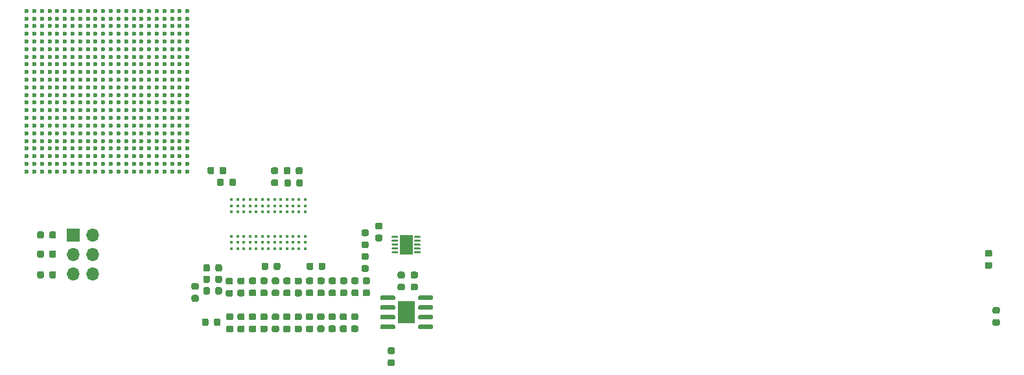
<source format=gbr>
%TF.GenerationSoftware,KiCad,Pcbnew,(5.99.0-3097-g8601b1e63)*%
%TF.CreationDate,2020-09-03T20:39:07+02:00*%
%TF.ProjectId,FD3,4644332e-6b69-4636-9164-5f7063625858,rev?*%
%TF.SameCoordinates,Original*%
%TF.FileFunction,Soldermask,Top*%
%TF.FilePolarity,Negative*%
%FSLAX46Y46*%
G04 Gerber Fmt 4.6, Leading zero omitted, Abs format (unit mm)*
G04 Created by KiCad (PCBNEW (5.99.0-3097-g8601b1e63)) date 2020-09-03 20:39:07*
%MOMM*%
%LPD*%
G01*
G04 APERTURE LIST*
%ADD10R,1.700000X1.700000*%
%ADD11O,1.700000X1.700000*%
%ADD12R,1.700000X2.500000*%
%ADD13R,2.290000X3.000000*%
%ADD14C,0.399500*%
%ADD15C,0.600000*%
G04 APERTURE END LIST*
%TO.C,C48*%
G36*
G01*
X191937500Y-85243750D02*
X191937500Y-85756250D01*
G75*
G02*
X191718750Y-85975000I-218750J0D01*
G01*
X191281250Y-85975000D01*
G75*
G02*
X191062500Y-85756250I0J218750D01*
G01*
X191062500Y-85243750D01*
G75*
G02*
X191281250Y-85025000I218750J0D01*
G01*
X191718750Y-85025000D01*
G75*
G02*
X191937500Y-85243750I0J-218750D01*
G01*
G37*
G36*
G01*
X190362500Y-85243750D02*
X190362500Y-85756250D01*
G75*
G02*
X190143750Y-85975000I-218750J0D01*
G01*
X189706250Y-85975000D01*
G75*
G02*
X189487500Y-85756250I0J218750D01*
G01*
X189487500Y-85243750D01*
G75*
G02*
X189706250Y-85025000I218750J0D01*
G01*
X190143750Y-85025000D01*
G75*
G02*
X190362500Y-85243750I0J-218750D01*
G01*
G37*
%TD*%
%TO.C,C49*%
G36*
G01*
X213973852Y-88787500D02*
X214486352Y-88787500D01*
G75*
G02*
X214705102Y-89006250I0J-218750D01*
G01*
X214705102Y-89443750D01*
G75*
G02*
X214486352Y-89662500I-218750J0D01*
G01*
X213973852Y-89662500D01*
G75*
G02*
X213755102Y-89443750I0J218750D01*
G01*
X213755102Y-89006250D01*
G75*
G02*
X213973852Y-88787500I218750J0D01*
G01*
G37*
G36*
G01*
X213973852Y-90362500D02*
X214486352Y-90362500D01*
G75*
G02*
X214705102Y-90581250I0J-218750D01*
G01*
X214705102Y-91018750D01*
G75*
G02*
X214486352Y-91237500I-218750J0D01*
G01*
X213973852Y-91237500D01*
G75*
G02*
X213755102Y-91018750I0J218750D01*
G01*
X213755102Y-90581250D01*
G75*
G02*
X213973852Y-90362500I218750J0D01*
G01*
G37*
%TD*%
%TO.C,C51*%
G36*
G01*
X212856250Y-74925000D02*
X212343750Y-74925000D01*
G75*
G02*
X212125000Y-74706250I0J218750D01*
G01*
X212125000Y-74268750D01*
G75*
G02*
X212343750Y-74050000I218750J0D01*
G01*
X212856250Y-74050000D01*
G75*
G02*
X213075000Y-74268750I0J-218750D01*
G01*
X213075000Y-74706250D01*
G75*
G02*
X212856250Y-74925000I-218750J0D01*
G01*
G37*
G36*
G01*
X212856250Y-73350000D02*
X212343750Y-73350000D01*
G75*
G02*
X212125000Y-73131250I0J218750D01*
G01*
X212125000Y-72693750D01*
G75*
G02*
X212343750Y-72475000I218750J0D01*
G01*
X212856250Y-72475000D01*
G75*
G02*
X213075000Y-72693750I0J-218750D01*
G01*
X213075000Y-73131250D01*
G75*
G02*
X212856250Y-73350000I-218750J0D01*
G01*
G37*
%TD*%
%TO.C,C69*%
G36*
G01*
X190217500Y-65936250D02*
X190217500Y-65423750D01*
G75*
G02*
X190436250Y-65205000I218750J0D01*
G01*
X190873750Y-65205000D01*
G75*
G02*
X191092500Y-65423750I0J-218750D01*
G01*
X191092500Y-65936250D01*
G75*
G02*
X190873750Y-66155000I-218750J0D01*
G01*
X190436250Y-66155000D01*
G75*
G02*
X190217500Y-65936250I0J218750D01*
G01*
G37*
G36*
G01*
X191792500Y-65936250D02*
X191792500Y-65423750D01*
G75*
G02*
X192011250Y-65205000I218750J0D01*
G01*
X192448750Y-65205000D01*
G75*
G02*
X192667500Y-65423750I0J-218750D01*
G01*
X192667500Y-65936250D01*
G75*
G02*
X192448750Y-66155000I-218750J0D01*
G01*
X192011250Y-66155000D01*
G75*
G02*
X191792500Y-65936250I0J218750D01*
G01*
G37*
%TD*%
%TO.C,C70*%
G36*
G01*
X202692500Y-67043750D02*
X202692500Y-67556250D01*
G75*
G02*
X202473750Y-67775000I-218750J0D01*
G01*
X202036250Y-67775000D01*
G75*
G02*
X201817500Y-67556250I0J218750D01*
G01*
X201817500Y-67043750D01*
G75*
G02*
X202036250Y-66825000I218750J0D01*
G01*
X202473750Y-66825000D01*
G75*
G02*
X202692500Y-67043750I0J-218750D01*
G01*
G37*
G36*
G01*
X201117500Y-67043750D02*
X201117500Y-67556250D01*
G75*
G02*
X200898750Y-67775000I-218750J0D01*
G01*
X200461250Y-67775000D01*
G75*
G02*
X200242500Y-67556250I0J218750D01*
G01*
X200242500Y-67043750D01*
G75*
G02*
X200461250Y-66825000I218750J0D01*
G01*
X200898750Y-66825000D01*
G75*
G02*
X201117500Y-67043750I0J-218750D01*
G01*
G37*
%TD*%
%TO.C,C71*%
G36*
G01*
X191482500Y-67476250D02*
X191482500Y-66963750D01*
G75*
G02*
X191701250Y-66745000I218750J0D01*
G01*
X192138750Y-66745000D01*
G75*
G02*
X192357500Y-66963750I0J-218750D01*
G01*
X192357500Y-67476250D01*
G75*
G02*
X192138750Y-67695000I-218750J0D01*
G01*
X191701250Y-67695000D01*
G75*
G02*
X191482500Y-67476250I0J218750D01*
G01*
G37*
G36*
G01*
X193057500Y-67476250D02*
X193057500Y-66963750D01*
G75*
G02*
X193276250Y-66745000I218750J0D01*
G01*
X193713750Y-66745000D01*
G75*
G02*
X193932500Y-66963750I0J-218750D01*
G01*
X193932500Y-67476250D01*
G75*
G02*
X193713750Y-67695000I-218750J0D01*
G01*
X193276250Y-67695000D01*
G75*
G02*
X193057500Y-67476250I0J218750D01*
G01*
G37*
%TD*%
%TO.C,C72*%
G36*
G01*
X203162500Y-78456250D02*
X203162500Y-77943750D01*
G75*
G02*
X203381250Y-77725000I218750J0D01*
G01*
X203818750Y-77725000D01*
G75*
G02*
X204037500Y-77943750I0J-218750D01*
G01*
X204037500Y-78456250D01*
G75*
G02*
X203818750Y-78675000I-218750J0D01*
G01*
X203381250Y-78675000D01*
G75*
G02*
X203162500Y-78456250I0J218750D01*
G01*
G37*
G36*
G01*
X204737500Y-78456250D02*
X204737500Y-77943750D01*
G75*
G02*
X204956250Y-77725000I218750J0D01*
G01*
X205393750Y-77725000D01*
G75*
G02*
X205612500Y-77943750I0J-218750D01*
G01*
X205612500Y-78456250D01*
G75*
G02*
X205393750Y-78675000I-218750J0D01*
G01*
X204956250Y-78675000D01*
G75*
G02*
X204737500Y-78456250I0J218750D01*
G01*
G37*
%TD*%
%TO.C,C75*%
G36*
G01*
X200187500Y-65956250D02*
X200187500Y-65443750D01*
G75*
G02*
X200406250Y-65225000I218750J0D01*
G01*
X200843750Y-65225000D01*
G75*
G02*
X201062500Y-65443750I0J-218750D01*
G01*
X201062500Y-65956250D01*
G75*
G02*
X200843750Y-66175000I-218750J0D01*
G01*
X200406250Y-66175000D01*
G75*
G02*
X200187500Y-65956250I0J218750D01*
G01*
G37*
G36*
G01*
X201762500Y-65956250D02*
X201762500Y-65443750D01*
G75*
G02*
X201981250Y-65225000I218750J0D01*
G01*
X202418750Y-65225000D01*
G75*
G02*
X202637500Y-65443750I0J-218750D01*
G01*
X202637500Y-65956250D01*
G75*
G02*
X202418750Y-66175000I-218750J0D01*
G01*
X201981250Y-66175000D01*
G75*
G02*
X201762500Y-65956250I0J218750D01*
G01*
G37*
%TD*%
%TO.C,C76*%
G36*
G01*
X192112500Y-79643750D02*
X192112500Y-80156250D01*
G75*
G02*
X191893750Y-80375000I-218750J0D01*
G01*
X191456250Y-80375000D01*
G75*
G02*
X191237500Y-80156250I0J218750D01*
G01*
X191237500Y-79643750D01*
G75*
G02*
X191456250Y-79425000I218750J0D01*
G01*
X191893750Y-79425000D01*
G75*
G02*
X192112500Y-79643750I0J-218750D01*
G01*
G37*
G36*
G01*
X190537500Y-79643750D02*
X190537500Y-80156250D01*
G75*
G02*
X190318750Y-80375000I-218750J0D01*
G01*
X189881250Y-80375000D01*
G75*
G02*
X189662500Y-80156250I0J218750D01*
G01*
X189662500Y-79643750D01*
G75*
G02*
X189881250Y-79425000I218750J0D01*
G01*
X190318750Y-79425000D01*
G75*
G02*
X190537500Y-79643750I0J-218750D01*
G01*
G37*
%TD*%
%TO.C,C77*%
G36*
G01*
X199737500Y-77943750D02*
X199737500Y-78456250D01*
G75*
G02*
X199518750Y-78675000I-218750J0D01*
G01*
X199081250Y-78675000D01*
G75*
G02*
X198862500Y-78456250I0J218750D01*
G01*
X198862500Y-77943750D01*
G75*
G02*
X199081250Y-77725000I218750J0D01*
G01*
X199518750Y-77725000D01*
G75*
G02*
X199737500Y-77943750I0J-218750D01*
G01*
G37*
G36*
G01*
X198162500Y-77943750D02*
X198162500Y-78456250D01*
G75*
G02*
X197943750Y-78675000I-218750J0D01*
G01*
X197506250Y-78675000D01*
G75*
G02*
X197287500Y-78456250I0J218750D01*
G01*
X197287500Y-77943750D01*
G75*
G02*
X197506250Y-77725000I218750J0D01*
G01*
X197943750Y-77725000D01*
G75*
G02*
X198162500Y-77943750I0J-218750D01*
G01*
G37*
%TD*%
%TO.C,C78*%
G36*
G01*
X292993750Y-83525000D02*
X293506250Y-83525000D01*
G75*
G02*
X293725000Y-83743750I0J-218750D01*
G01*
X293725000Y-84181250D01*
G75*
G02*
X293506250Y-84400000I-218750J0D01*
G01*
X292993750Y-84400000D01*
G75*
G02*
X292775000Y-84181250I0J218750D01*
G01*
X292775000Y-83743750D01*
G75*
G02*
X292993750Y-83525000I218750J0D01*
G01*
G37*
G36*
G01*
X292993750Y-85100000D02*
X293506250Y-85100000D01*
G75*
G02*
X293725000Y-85318750I0J-218750D01*
G01*
X293725000Y-85756250D01*
G75*
G02*
X293506250Y-85975000I-218750J0D01*
G01*
X292993750Y-85975000D01*
G75*
G02*
X292775000Y-85756250I0J218750D01*
G01*
X292775000Y-85318750D01*
G75*
G02*
X292993750Y-85100000I218750J0D01*
G01*
G37*
%TD*%
%TO.C,C79*%
G36*
G01*
X189662500Y-78656250D02*
X189662500Y-78143750D01*
G75*
G02*
X189881250Y-77925000I218750J0D01*
G01*
X190318750Y-77925000D01*
G75*
G02*
X190537500Y-78143750I0J-218750D01*
G01*
X190537500Y-78656250D01*
G75*
G02*
X190318750Y-78875000I-218750J0D01*
G01*
X189881250Y-78875000D01*
G75*
G02*
X189662500Y-78656250I0J218750D01*
G01*
G37*
G36*
G01*
X191237500Y-78656250D02*
X191237500Y-78143750D01*
G75*
G02*
X191456250Y-77925000I218750J0D01*
G01*
X191893750Y-77925000D01*
G75*
G02*
X192112500Y-78143750I0J-218750D01*
G01*
X192112500Y-78656250D01*
G75*
G02*
X191893750Y-78875000I-218750J0D01*
G01*
X191456250Y-78875000D01*
G75*
G02*
X191237500Y-78656250I0J218750D01*
G01*
G37*
%TD*%
%TO.C,C80*%
G36*
G01*
X291993750Y-76062500D02*
X292506250Y-76062500D01*
G75*
G02*
X292725000Y-76281250I0J-218750D01*
G01*
X292725000Y-76718750D01*
G75*
G02*
X292506250Y-76937500I-218750J0D01*
G01*
X291993750Y-76937500D01*
G75*
G02*
X291775000Y-76718750I0J218750D01*
G01*
X291775000Y-76281250D01*
G75*
G02*
X291993750Y-76062500I218750J0D01*
G01*
G37*
G36*
G01*
X291993750Y-77637500D02*
X292506250Y-77637500D01*
G75*
G02*
X292725000Y-77856250I0J-218750D01*
G01*
X292725000Y-78293750D01*
G75*
G02*
X292506250Y-78512500I-218750J0D01*
G01*
X291993750Y-78512500D01*
G75*
G02*
X291775000Y-78293750I0J218750D01*
G01*
X291775000Y-77856250D01*
G75*
G02*
X291993750Y-77637500I218750J0D01*
G01*
G37*
%TD*%
%TO.C,C82*%
G36*
G01*
X192112500Y-81143750D02*
X192112500Y-81656250D01*
G75*
G02*
X191893750Y-81875000I-218750J0D01*
G01*
X191456250Y-81875000D01*
G75*
G02*
X191237500Y-81656250I0J218750D01*
G01*
X191237500Y-81143750D01*
G75*
G02*
X191456250Y-80925000I218750J0D01*
G01*
X191893750Y-80925000D01*
G75*
G02*
X192112500Y-81143750I0J-218750D01*
G01*
G37*
G36*
G01*
X190537500Y-81143750D02*
X190537500Y-81656250D01*
G75*
G02*
X190318750Y-81875000I-218750J0D01*
G01*
X189881250Y-81875000D01*
G75*
G02*
X189662500Y-81656250I0J218750D01*
G01*
X189662500Y-81143750D01*
G75*
G02*
X189881250Y-80925000I218750J0D01*
G01*
X190318750Y-80925000D01*
G75*
G02*
X190537500Y-81143750I0J-218750D01*
G01*
G37*
%TD*%
D10*
%TO.C,J33*%
X172712500Y-74100000D03*
D11*
X175252500Y-74100000D03*
X172712500Y-76640000D03*
X175252500Y-76640000D03*
X172712500Y-79180000D03*
X175252500Y-79180000D03*
%TD*%
%TO.C,R42*%
G36*
G01*
X215273852Y-78900000D02*
X215786352Y-78900000D01*
G75*
G02*
X216005102Y-79118750I0J-218750D01*
G01*
X216005102Y-79556250D01*
G75*
G02*
X215786352Y-79775000I-218750J0D01*
G01*
X215273852Y-79775000D01*
G75*
G02*
X215055102Y-79556250I0J218750D01*
G01*
X215055102Y-79118750D01*
G75*
G02*
X215273852Y-78900000I218750J0D01*
G01*
G37*
G36*
G01*
X215273852Y-80475000D02*
X215786352Y-80475000D01*
G75*
G02*
X216005102Y-80693750I0J-218750D01*
G01*
X216005102Y-81131250D01*
G75*
G02*
X215786352Y-81350000I-218750J0D01*
G01*
X215273852Y-81350000D01*
G75*
G02*
X215055102Y-81131250I0J218750D01*
G01*
X215055102Y-80693750D01*
G75*
G02*
X215273852Y-80475000I218750J0D01*
G01*
G37*
%TD*%
%TO.C,R43*%
G36*
G01*
X217486352Y-81350000D02*
X216973852Y-81350000D01*
G75*
G02*
X216755102Y-81131250I0J218750D01*
G01*
X216755102Y-80693750D01*
G75*
G02*
X216973852Y-80475000I218750J0D01*
G01*
X217486352Y-80475000D01*
G75*
G02*
X217705102Y-80693750I0J-218750D01*
G01*
X217705102Y-81131250D01*
G75*
G02*
X217486352Y-81350000I-218750J0D01*
G01*
G37*
G36*
G01*
X217486352Y-79775000D02*
X216973852Y-79775000D01*
G75*
G02*
X216755102Y-79556250I0J218750D01*
G01*
X216755102Y-79118750D01*
G75*
G02*
X216973852Y-78900000I218750J0D01*
G01*
X217486352Y-78900000D01*
G75*
G02*
X217705102Y-79118750I0J-218750D01*
G01*
X217705102Y-79556250D01*
G75*
G02*
X217486352Y-79775000I-218750J0D01*
G01*
G37*
%TD*%
%TO.C,R44*%
G36*
G01*
X210543750Y-73375000D02*
X211056250Y-73375000D01*
G75*
G02*
X211275000Y-73593750I0J-218750D01*
G01*
X211275000Y-74031250D01*
G75*
G02*
X211056250Y-74250000I-218750J0D01*
G01*
X210543750Y-74250000D01*
G75*
G02*
X210325000Y-74031250I0J218750D01*
G01*
X210325000Y-73593750D01*
G75*
G02*
X210543750Y-73375000I218750J0D01*
G01*
G37*
G36*
G01*
X210543750Y-74950000D02*
X211056250Y-74950000D01*
G75*
G02*
X211275000Y-75168750I0J-218750D01*
G01*
X211275000Y-75606250D01*
G75*
G02*
X211056250Y-75825000I-218750J0D01*
G01*
X210543750Y-75825000D01*
G75*
G02*
X210325000Y-75606250I0J218750D01*
G01*
X210325000Y-75168750D01*
G75*
G02*
X210543750Y-74950000I218750J0D01*
G01*
G37*
%TD*%
%TO.C,R45*%
G36*
G01*
X210543750Y-76475000D02*
X211056250Y-76475000D01*
G75*
G02*
X211275000Y-76693750I0J-218750D01*
G01*
X211275000Y-77131250D01*
G75*
G02*
X211056250Y-77350000I-218750J0D01*
G01*
X210543750Y-77350000D01*
G75*
G02*
X210325000Y-77131250I0J218750D01*
G01*
X210325000Y-76693750D01*
G75*
G02*
X210543750Y-76475000I218750J0D01*
G01*
G37*
G36*
G01*
X210543750Y-78050000D02*
X211056250Y-78050000D01*
G75*
G02*
X211275000Y-78268750I0J-218750D01*
G01*
X211275000Y-78706250D01*
G75*
G02*
X211056250Y-78925000I-218750J0D01*
G01*
X210543750Y-78925000D01*
G75*
G02*
X210325000Y-78706250I0J218750D01*
G01*
X210325000Y-78268750D01*
G75*
G02*
X210543750Y-78050000I218750J0D01*
G01*
G37*
%TD*%
%TO.C,R57*%
G36*
G01*
X170425000Y-73843750D02*
X170425000Y-74356250D01*
G75*
G02*
X170206250Y-74575000I-218750J0D01*
G01*
X169768750Y-74575000D01*
G75*
G02*
X169550000Y-74356250I0J218750D01*
G01*
X169550000Y-73843750D01*
G75*
G02*
X169768750Y-73625000I218750J0D01*
G01*
X170206250Y-73625000D01*
G75*
G02*
X170425000Y-73843750I0J-218750D01*
G01*
G37*
G36*
G01*
X168850000Y-73843750D02*
X168850000Y-74356250D01*
G75*
G02*
X168631250Y-74575000I-218750J0D01*
G01*
X168193750Y-74575000D01*
G75*
G02*
X167975000Y-74356250I0J218750D01*
G01*
X167975000Y-73843750D01*
G75*
G02*
X168193750Y-73625000I218750J0D01*
G01*
X168631250Y-73625000D01*
G75*
G02*
X168850000Y-73843750I0J-218750D01*
G01*
G37*
%TD*%
%TO.C,R58*%
G36*
G01*
X170425000Y-76343750D02*
X170425000Y-76856250D01*
G75*
G02*
X170206250Y-77075000I-218750J0D01*
G01*
X169768750Y-77075000D01*
G75*
G02*
X169550000Y-76856250I0J218750D01*
G01*
X169550000Y-76343750D01*
G75*
G02*
X169768750Y-76125000I218750J0D01*
G01*
X170206250Y-76125000D01*
G75*
G02*
X170425000Y-76343750I0J-218750D01*
G01*
G37*
G36*
G01*
X168850000Y-76343750D02*
X168850000Y-76856250D01*
G75*
G02*
X168631250Y-77075000I-218750J0D01*
G01*
X168193750Y-77075000D01*
G75*
G02*
X167975000Y-76856250I0J218750D01*
G01*
X167975000Y-76343750D01*
G75*
G02*
X168193750Y-76125000I218750J0D01*
G01*
X168631250Y-76125000D01*
G75*
G02*
X168850000Y-76343750I0J-218750D01*
G01*
G37*
%TD*%
%TO.C,R59*%
G36*
G01*
X170425000Y-79043750D02*
X170425000Y-79556250D01*
G75*
G02*
X170206250Y-79775000I-218750J0D01*
G01*
X169768750Y-79775000D01*
G75*
G02*
X169550000Y-79556250I0J218750D01*
G01*
X169550000Y-79043750D01*
G75*
G02*
X169768750Y-78825000I218750J0D01*
G01*
X170206250Y-78825000D01*
G75*
G02*
X170425000Y-79043750I0J-218750D01*
G01*
G37*
G36*
G01*
X168850000Y-79043750D02*
X168850000Y-79556250D01*
G75*
G02*
X168631250Y-79775000I-218750J0D01*
G01*
X168193750Y-79775000D01*
G75*
G02*
X167975000Y-79556250I0J218750D01*
G01*
X167975000Y-79043750D01*
G75*
G02*
X168193750Y-78825000I218750J0D01*
G01*
X168631250Y-78825000D01*
G75*
G02*
X168850000Y-79043750I0J-218750D01*
G01*
G37*
%TD*%
%TO.C,R69*%
G36*
G01*
X199256250Y-67712500D02*
X198743750Y-67712500D01*
G75*
G02*
X198525000Y-67493750I0J218750D01*
G01*
X198525000Y-67056250D01*
G75*
G02*
X198743750Y-66837500I218750J0D01*
G01*
X199256250Y-66837500D01*
G75*
G02*
X199475000Y-67056250I0J-218750D01*
G01*
X199475000Y-67493750D01*
G75*
G02*
X199256250Y-67712500I-218750J0D01*
G01*
G37*
G36*
G01*
X199256250Y-66137500D02*
X198743750Y-66137500D01*
G75*
G02*
X198525000Y-65918750I0J218750D01*
G01*
X198525000Y-65481250D01*
G75*
G02*
X198743750Y-65262500I218750J0D01*
G01*
X199256250Y-65262500D01*
G75*
G02*
X199475000Y-65481250I0J-218750D01*
G01*
X199475000Y-65918750D01*
G75*
G02*
X199256250Y-66137500I-218750J0D01*
G01*
G37*
%TD*%
%TO.C,R70*%
G36*
G01*
X210718750Y-79650000D02*
X211231250Y-79650000D01*
G75*
G02*
X211450000Y-79868750I0J-218750D01*
G01*
X211450000Y-80306250D01*
G75*
G02*
X211231250Y-80525000I-218750J0D01*
G01*
X210718750Y-80525000D01*
G75*
G02*
X210500000Y-80306250I0J218750D01*
G01*
X210500000Y-79868750D01*
G75*
G02*
X210718750Y-79650000I218750J0D01*
G01*
G37*
G36*
G01*
X210718750Y-81225000D02*
X211231250Y-81225000D01*
G75*
G02*
X211450000Y-81443750I0J-218750D01*
G01*
X211450000Y-81881250D01*
G75*
G02*
X211231250Y-82100000I-218750J0D01*
G01*
X210718750Y-82100000D01*
G75*
G02*
X210500000Y-81881250I0J218750D01*
G01*
X210500000Y-81443750D01*
G75*
G02*
X210718750Y-81225000I218750J0D01*
G01*
G37*
%TD*%
%TO.C,R71*%
G36*
G01*
X194856250Y-82125000D02*
X194343750Y-82125000D01*
G75*
G02*
X194125000Y-81906250I0J218750D01*
G01*
X194125000Y-81468750D01*
G75*
G02*
X194343750Y-81250000I218750J0D01*
G01*
X194856250Y-81250000D01*
G75*
G02*
X195075000Y-81468750I0J-218750D01*
G01*
X195075000Y-81906250D01*
G75*
G02*
X194856250Y-82125000I-218750J0D01*
G01*
G37*
G36*
G01*
X194856250Y-80550000D02*
X194343750Y-80550000D01*
G75*
G02*
X194125000Y-80331250I0J218750D01*
G01*
X194125000Y-79893750D01*
G75*
G02*
X194343750Y-79675000I218750J0D01*
G01*
X194856250Y-79675000D01*
G75*
G02*
X195075000Y-79893750I0J-218750D01*
G01*
X195075000Y-80331250D01*
G75*
G02*
X194856250Y-80550000I-218750J0D01*
G01*
G37*
%TD*%
%TO.C,R72*%
G36*
G01*
X199356250Y-86825000D02*
X198843750Y-86825000D01*
G75*
G02*
X198625000Y-86606250I0J218750D01*
G01*
X198625000Y-86168750D01*
G75*
G02*
X198843750Y-85950000I218750J0D01*
G01*
X199356250Y-85950000D01*
G75*
G02*
X199575000Y-86168750I0J-218750D01*
G01*
X199575000Y-86606250D01*
G75*
G02*
X199356250Y-86825000I-218750J0D01*
G01*
G37*
G36*
G01*
X199356250Y-85250000D02*
X198843750Y-85250000D01*
G75*
G02*
X198625000Y-85031250I0J218750D01*
G01*
X198625000Y-84593750D01*
G75*
G02*
X198843750Y-84375000I218750J0D01*
G01*
X199356250Y-84375000D01*
G75*
G02*
X199575000Y-84593750I0J-218750D01*
G01*
X199575000Y-85031250D01*
G75*
G02*
X199356250Y-85250000I-218750J0D01*
G01*
G37*
%TD*%
%TO.C,R73*%
G36*
G01*
X206781250Y-82112500D02*
X206268750Y-82112500D01*
G75*
G02*
X206050000Y-81893750I0J218750D01*
G01*
X206050000Y-81456250D01*
G75*
G02*
X206268750Y-81237500I218750J0D01*
G01*
X206781250Y-81237500D01*
G75*
G02*
X207000000Y-81456250I0J-218750D01*
G01*
X207000000Y-81893750D01*
G75*
G02*
X206781250Y-82112500I-218750J0D01*
G01*
G37*
G36*
G01*
X206781250Y-80537500D02*
X206268750Y-80537500D01*
G75*
G02*
X206050000Y-80318750I0J218750D01*
G01*
X206050000Y-79881250D01*
G75*
G02*
X206268750Y-79662500I218750J0D01*
G01*
X206781250Y-79662500D01*
G75*
G02*
X207000000Y-79881250I0J-218750D01*
G01*
X207000000Y-80318750D01*
G75*
G02*
X206781250Y-80537500I-218750J0D01*
G01*
G37*
%TD*%
%TO.C,R74*%
G36*
G01*
X203806250Y-82112500D02*
X203293750Y-82112500D01*
G75*
G02*
X203075000Y-81893750I0J218750D01*
G01*
X203075000Y-81456250D01*
G75*
G02*
X203293750Y-81237500I218750J0D01*
G01*
X203806250Y-81237500D01*
G75*
G02*
X204025000Y-81456250I0J-218750D01*
G01*
X204025000Y-81893750D01*
G75*
G02*
X203806250Y-82112500I-218750J0D01*
G01*
G37*
G36*
G01*
X203806250Y-80537500D02*
X203293750Y-80537500D01*
G75*
G02*
X203075000Y-80318750I0J218750D01*
G01*
X203075000Y-79881250D01*
G75*
G02*
X203293750Y-79662500I218750J0D01*
G01*
X203806250Y-79662500D01*
G75*
G02*
X204025000Y-79881250I0J-218750D01*
G01*
X204025000Y-80318750D01*
G75*
G02*
X203806250Y-80537500I-218750J0D01*
G01*
G37*
%TD*%
%TO.C,R75*%
G36*
G01*
X202331250Y-82125000D02*
X201818750Y-82125000D01*
G75*
G02*
X201600000Y-81906250I0J218750D01*
G01*
X201600000Y-81468750D01*
G75*
G02*
X201818750Y-81250000I218750J0D01*
G01*
X202331250Y-81250000D01*
G75*
G02*
X202550000Y-81468750I0J-218750D01*
G01*
X202550000Y-81906250D01*
G75*
G02*
X202331250Y-82125000I-218750J0D01*
G01*
G37*
G36*
G01*
X202331250Y-80550000D02*
X201818750Y-80550000D01*
G75*
G02*
X201600000Y-80331250I0J218750D01*
G01*
X201600000Y-79893750D01*
G75*
G02*
X201818750Y-79675000I218750J0D01*
G01*
X202331250Y-79675000D01*
G75*
G02*
X202550000Y-79893750I0J-218750D01*
G01*
X202550000Y-80331250D01*
G75*
G02*
X202331250Y-80550000I-218750J0D01*
G01*
G37*
%TD*%
%TO.C,R76*%
G36*
G01*
X206756250Y-86800000D02*
X206243750Y-86800000D01*
G75*
G02*
X206025000Y-86581250I0J218750D01*
G01*
X206025000Y-86143750D01*
G75*
G02*
X206243750Y-85925000I218750J0D01*
G01*
X206756250Y-85925000D01*
G75*
G02*
X206975000Y-86143750I0J-218750D01*
G01*
X206975000Y-86581250D01*
G75*
G02*
X206756250Y-86800000I-218750J0D01*
G01*
G37*
G36*
G01*
X206756250Y-85225000D02*
X206243750Y-85225000D01*
G75*
G02*
X206025000Y-85006250I0J218750D01*
G01*
X206025000Y-84568750D01*
G75*
G02*
X206243750Y-84350000I218750J0D01*
G01*
X206756250Y-84350000D01*
G75*
G02*
X206975000Y-84568750I0J-218750D01*
G01*
X206975000Y-85006250D01*
G75*
G02*
X206756250Y-85225000I-218750J0D01*
G01*
G37*
%TD*%
%TO.C,R77*%
G36*
G01*
X202331250Y-86812500D02*
X201818750Y-86812500D01*
G75*
G02*
X201600000Y-86593750I0J218750D01*
G01*
X201600000Y-86156250D01*
G75*
G02*
X201818750Y-85937500I218750J0D01*
G01*
X202331250Y-85937500D01*
G75*
G02*
X202550000Y-86156250I0J-218750D01*
G01*
X202550000Y-86593750D01*
G75*
G02*
X202331250Y-86812500I-218750J0D01*
G01*
G37*
G36*
G01*
X202331250Y-85237500D02*
X201818750Y-85237500D01*
G75*
G02*
X201600000Y-85018750I0J218750D01*
G01*
X201600000Y-84581250D01*
G75*
G02*
X201818750Y-84362500I218750J0D01*
G01*
X202331250Y-84362500D01*
G75*
G02*
X202550000Y-84581250I0J-218750D01*
G01*
X202550000Y-85018750D01*
G75*
G02*
X202331250Y-85237500I-218750J0D01*
G01*
G37*
%TD*%
%TO.C,R78*%
G36*
G01*
X208256250Y-82100000D02*
X207743750Y-82100000D01*
G75*
G02*
X207525000Y-81881250I0J218750D01*
G01*
X207525000Y-81443750D01*
G75*
G02*
X207743750Y-81225000I218750J0D01*
G01*
X208256250Y-81225000D01*
G75*
G02*
X208475000Y-81443750I0J-218750D01*
G01*
X208475000Y-81881250D01*
G75*
G02*
X208256250Y-82100000I-218750J0D01*
G01*
G37*
G36*
G01*
X208256250Y-80525000D02*
X207743750Y-80525000D01*
G75*
G02*
X207525000Y-80306250I0J218750D01*
G01*
X207525000Y-79868750D01*
G75*
G02*
X207743750Y-79650000I218750J0D01*
G01*
X208256250Y-79650000D01*
G75*
G02*
X208475000Y-79868750I0J-218750D01*
G01*
X208475000Y-80306250D01*
G75*
G02*
X208256250Y-80525000I-218750J0D01*
G01*
G37*
%TD*%
%TO.C,R79*%
G36*
G01*
X203806250Y-86812500D02*
X203293750Y-86812500D01*
G75*
G02*
X203075000Y-86593750I0J218750D01*
G01*
X203075000Y-86156250D01*
G75*
G02*
X203293750Y-85937500I218750J0D01*
G01*
X203806250Y-85937500D01*
G75*
G02*
X204025000Y-86156250I0J-218750D01*
G01*
X204025000Y-86593750D01*
G75*
G02*
X203806250Y-86812500I-218750J0D01*
G01*
G37*
G36*
G01*
X203806250Y-85237500D02*
X203293750Y-85237500D01*
G75*
G02*
X203075000Y-85018750I0J218750D01*
G01*
X203075000Y-84581250D01*
G75*
G02*
X203293750Y-84362500I218750J0D01*
G01*
X203806250Y-84362500D01*
G75*
G02*
X204025000Y-84581250I0J-218750D01*
G01*
X204025000Y-85018750D01*
G75*
G02*
X203806250Y-85237500I-218750J0D01*
G01*
G37*
%TD*%
%TO.C,R80*%
G36*
G01*
X209706250Y-86800000D02*
X209193750Y-86800000D01*
G75*
G02*
X208975000Y-86581250I0J218750D01*
G01*
X208975000Y-86143750D01*
G75*
G02*
X209193750Y-85925000I218750J0D01*
G01*
X209706250Y-85925000D01*
G75*
G02*
X209925000Y-86143750I0J-218750D01*
G01*
X209925000Y-86581250D01*
G75*
G02*
X209706250Y-86800000I-218750J0D01*
G01*
G37*
G36*
G01*
X209706250Y-85225000D02*
X209193750Y-85225000D01*
G75*
G02*
X208975000Y-85006250I0J218750D01*
G01*
X208975000Y-84568750D01*
G75*
G02*
X209193750Y-84350000I218750J0D01*
G01*
X209706250Y-84350000D01*
G75*
G02*
X209925000Y-84568750I0J-218750D01*
G01*
X209925000Y-85006250D01*
G75*
G02*
X209706250Y-85225000I-218750J0D01*
G01*
G37*
%TD*%
%TO.C,R81*%
G36*
G01*
X205306250Y-82112500D02*
X204793750Y-82112500D01*
G75*
G02*
X204575000Y-81893750I0J218750D01*
G01*
X204575000Y-81456250D01*
G75*
G02*
X204793750Y-81237500I218750J0D01*
G01*
X205306250Y-81237500D01*
G75*
G02*
X205525000Y-81456250I0J-218750D01*
G01*
X205525000Y-81893750D01*
G75*
G02*
X205306250Y-82112500I-218750J0D01*
G01*
G37*
G36*
G01*
X205306250Y-80537500D02*
X204793750Y-80537500D01*
G75*
G02*
X204575000Y-80318750I0J218750D01*
G01*
X204575000Y-79881250D01*
G75*
G02*
X204793750Y-79662500I218750J0D01*
G01*
X205306250Y-79662500D01*
G75*
G02*
X205525000Y-79881250I0J-218750D01*
G01*
X205525000Y-80318750D01*
G75*
G02*
X205306250Y-80537500I-218750J0D01*
G01*
G37*
%TD*%
%TO.C,R82*%
G36*
G01*
X196356250Y-82112500D02*
X195843750Y-82112500D01*
G75*
G02*
X195625000Y-81893750I0J218750D01*
G01*
X195625000Y-81456250D01*
G75*
G02*
X195843750Y-81237500I218750J0D01*
G01*
X196356250Y-81237500D01*
G75*
G02*
X196575000Y-81456250I0J-218750D01*
G01*
X196575000Y-81893750D01*
G75*
G02*
X196356250Y-82112500I-218750J0D01*
G01*
G37*
G36*
G01*
X196356250Y-80537500D02*
X195843750Y-80537500D01*
G75*
G02*
X195625000Y-80318750I0J218750D01*
G01*
X195625000Y-79881250D01*
G75*
G02*
X195843750Y-79662500I218750J0D01*
G01*
X196356250Y-79662500D01*
G75*
G02*
X196575000Y-79881250I0J-218750D01*
G01*
X196575000Y-80318750D01*
G75*
G02*
X196356250Y-80537500I-218750J0D01*
G01*
G37*
%TD*%
%TO.C,R83*%
G36*
G01*
X208231250Y-86800000D02*
X207718750Y-86800000D01*
G75*
G02*
X207500000Y-86581250I0J218750D01*
G01*
X207500000Y-86143750D01*
G75*
G02*
X207718750Y-85925000I218750J0D01*
G01*
X208231250Y-85925000D01*
G75*
G02*
X208450000Y-86143750I0J-218750D01*
G01*
X208450000Y-86581250D01*
G75*
G02*
X208231250Y-86800000I-218750J0D01*
G01*
G37*
G36*
G01*
X208231250Y-85225000D02*
X207718750Y-85225000D01*
G75*
G02*
X207500000Y-85006250I0J218750D01*
G01*
X207500000Y-84568750D01*
G75*
G02*
X207718750Y-84350000I218750J0D01*
G01*
X208231250Y-84350000D01*
G75*
G02*
X208450000Y-84568750I0J-218750D01*
G01*
X208450000Y-85006250D01*
G75*
G02*
X208231250Y-85225000I-218750J0D01*
G01*
G37*
%TD*%
%TO.C,R84*%
G36*
G01*
X199356250Y-82112500D02*
X198843750Y-82112500D01*
G75*
G02*
X198625000Y-81893750I0J218750D01*
G01*
X198625000Y-81456250D01*
G75*
G02*
X198843750Y-81237500I218750J0D01*
G01*
X199356250Y-81237500D01*
G75*
G02*
X199575000Y-81456250I0J-218750D01*
G01*
X199575000Y-81893750D01*
G75*
G02*
X199356250Y-82112500I-218750J0D01*
G01*
G37*
G36*
G01*
X199356250Y-80537500D02*
X198843750Y-80537500D01*
G75*
G02*
X198625000Y-80318750I0J218750D01*
G01*
X198625000Y-79881250D01*
G75*
G02*
X198843750Y-79662500I218750J0D01*
G01*
X199356250Y-79662500D01*
G75*
G02*
X199575000Y-79881250I0J-218750D01*
G01*
X199575000Y-80318750D01*
G75*
G02*
X199356250Y-80537500I-218750J0D01*
G01*
G37*
%TD*%
%TO.C,R85*%
G36*
G01*
X205281250Y-86800000D02*
X204768750Y-86800000D01*
G75*
G02*
X204550000Y-86581250I0J218750D01*
G01*
X204550000Y-86143750D01*
G75*
G02*
X204768750Y-85925000I218750J0D01*
G01*
X205281250Y-85925000D01*
G75*
G02*
X205500000Y-86143750I0J-218750D01*
G01*
X205500000Y-86581250D01*
G75*
G02*
X205281250Y-86800000I-218750J0D01*
G01*
G37*
G36*
G01*
X205281250Y-85225000D02*
X204768750Y-85225000D01*
G75*
G02*
X204550000Y-85006250I0J218750D01*
G01*
X204550000Y-84568750D01*
G75*
G02*
X204768750Y-84350000I218750J0D01*
G01*
X205281250Y-84350000D01*
G75*
G02*
X205500000Y-84568750I0J-218750D01*
G01*
X205500000Y-85006250D01*
G75*
G02*
X205281250Y-85225000I-218750J0D01*
G01*
G37*
%TD*%
%TO.C,R86*%
G36*
G01*
X209756250Y-82100000D02*
X209243750Y-82100000D01*
G75*
G02*
X209025000Y-81881250I0J218750D01*
G01*
X209025000Y-81443750D01*
G75*
G02*
X209243750Y-81225000I218750J0D01*
G01*
X209756250Y-81225000D01*
G75*
G02*
X209975000Y-81443750I0J-218750D01*
G01*
X209975000Y-81881250D01*
G75*
G02*
X209756250Y-82100000I-218750J0D01*
G01*
G37*
G36*
G01*
X209756250Y-80525000D02*
X209243750Y-80525000D01*
G75*
G02*
X209025000Y-80306250I0J218750D01*
G01*
X209025000Y-79868750D01*
G75*
G02*
X209243750Y-79650000I218750J0D01*
G01*
X209756250Y-79650000D01*
G75*
G02*
X209975000Y-79868750I0J-218750D01*
G01*
X209975000Y-80306250D01*
G75*
G02*
X209756250Y-80525000I-218750J0D01*
G01*
G37*
%TD*%
%TO.C,R87*%
G36*
G01*
X196356250Y-86812500D02*
X195843750Y-86812500D01*
G75*
G02*
X195625000Y-86593750I0J218750D01*
G01*
X195625000Y-86156250D01*
G75*
G02*
X195843750Y-85937500I218750J0D01*
G01*
X196356250Y-85937500D01*
G75*
G02*
X196575000Y-86156250I0J-218750D01*
G01*
X196575000Y-86593750D01*
G75*
G02*
X196356250Y-86812500I-218750J0D01*
G01*
G37*
G36*
G01*
X196356250Y-85237500D02*
X195843750Y-85237500D01*
G75*
G02*
X195625000Y-85018750I0J218750D01*
G01*
X195625000Y-84581250D01*
G75*
G02*
X195843750Y-84362500I218750J0D01*
G01*
X196356250Y-84362500D01*
G75*
G02*
X196575000Y-84581250I0J-218750D01*
G01*
X196575000Y-85018750D01*
G75*
G02*
X196356250Y-85237500I-218750J0D01*
G01*
G37*
%TD*%
%TO.C,R89*%
G36*
G01*
X188856250Y-82825000D02*
X188343750Y-82825000D01*
G75*
G02*
X188125000Y-82606250I0J218750D01*
G01*
X188125000Y-82168750D01*
G75*
G02*
X188343750Y-81950000I218750J0D01*
G01*
X188856250Y-81950000D01*
G75*
G02*
X189075000Y-82168750I0J-218750D01*
G01*
X189075000Y-82606250D01*
G75*
G02*
X188856250Y-82825000I-218750J0D01*
G01*
G37*
G36*
G01*
X188856250Y-81250000D02*
X188343750Y-81250000D01*
G75*
G02*
X188125000Y-81031250I0J218750D01*
G01*
X188125000Y-80593750D01*
G75*
G02*
X188343750Y-80375000I218750J0D01*
G01*
X188856250Y-80375000D01*
G75*
G02*
X189075000Y-80593750I0J-218750D01*
G01*
X189075000Y-81031250D01*
G75*
G02*
X188856250Y-81250000I-218750J0D01*
G01*
G37*
%TD*%
%TO.C,R90*%
G36*
G01*
X193381250Y-86812500D02*
X192868750Y-86812500D01*
G75*
G02*
X192650000Y-86593750I0J218750D01*
G01*
X192650000Y-86156250D01*
G75*
G02*
X192868750Y-85937500I218750J0D01*
G01*
X193381250Y-85937500D01*
G75*
G02*
X193600000Y-86156250I0J-218750D01*
G01*
X193600000Y-86593750D01*
G75*
G02*
X193381250Y-86812500I-218750J0D01*
G01*
G37*
G36*
G01*
X193381250Y-85237500D02*
X192868750Y-85237500D01*
G75*
G02*
X192650000Y-85018750I0J218750D01*
G01*
X192650000Y-84581250D01*
G75*
G02*
X192868750Y-84362500I218750J0D01*
G01*
X193381250Y-84362500D01*
G75*
G02*
X193600000Y-84581250I0J-218750D01*
G01*
X193600000Y-85018750D01*
G75*
G02*
X193381250Y-85237500I-218750J0D01*
G01*
G37*
%TD*%
%TO.C,R92*%
G36*
G01*
X194856250Y-86825000D02*
X194343750Y-86825000D01*
G75*
G02*
X194125000Y-86606250I0J218750D01*
G01*
X194125000Y-86168750D01*
G75*
G02*
X194343750Y-85950000I218750J0D01*
G01*
X194856250Y-85950000D01*
G75*
G02*
X195075000Y-86168750I0J-218750D01*
G01*
X195075000Y-86606250D01*
G75*
G02*
X194856250Y-86825000I-218750J0D01*
G01*
G37*
G36*
G01*
X194856250Y-85250000D02*
X194343750Y-85250000D01*
G75*
G02*
X194125000Y-85031250I0J218750D01*
G01*
X194125000Y-84593750D01*
G75*
G02*
X194343750Y-84375000I218750J0D01*
G01*
X194856250Y-84375000D01*
G75*
G02*
X195075000Y-84593750I0J-218750D01*
G01*
X195075000Y-85031250D01*
G75*
G02*
X194856250Y-85250000I-218750J0D01*
G01*
G37*
%TD*%
%TO.C,U9*%
G36*
G01*
X218043750Y-76300000D02*
X218043750Y-76425000D01*
G75*
G02*
X217981250Y-76487500I-62500J0D01*
G01*
X217281250Y-76487500D01*
G75*
G02*
X217218750Y-76425000I0J62500D01*
G01*
X217218750Y-76300000D01*
G75*
G02*
X217281250Y-76237500I62500J0D01*
G01*
X217981250Y-76237500D01*
G75*
G02*
X218043750Y-76300000I0J-62500D01*
G01*
G37*
G36*
G01*
X218043750Y-75800000D02*
X218043750Y-75925000D01*
G75*
G02*
X217981250Y-75987500I-62500J0D01*
G01*
X217281250Y-75987500D01*
G75*
G02*
X217218750Y-75925000I0J62500D01*
G01*
X217218750Y-75800000D01*
G75*
G02*
X217281250Y-75737500I62500J0D01*
G01*
X217981250Y-75737500D01*
G75*
G02*
X218043750Y-75800000I0J-62500D01*
G01*
G37*
G36*
G01*
X218043750Y-75300000D02*
X218043750Y-75425000D01*
G75*
G02*
X217981250Y-75487500I-62500J0D01*
G01*
X217281250Y-75487500D01*
G75*
G02*
X217218750Y-75425000I0J62500D01*
G01*
X217218750Y-75300000D01*
G75*
G02*
X217281250Y-75237500I62500J0D01*
G01*
X217981250Y-75237500D01*
G75*
G02*
X218043750Y-75300000I0J-62500D01*
G01*
G37*
G36*
G01*
X218043750Y-74800000D02*
X218043750Y-74925000D01*
G75*
G02*
X217981250Y-74987500I-62500J0D01*
G01*
X217281250Y-74987500D01*
G75*
G02*
X217218750Y-74925000I0J62500D01*
G01*
X217218750Y-74800000D01*
G75*
G02*
X217281250Y-74737500I62500J0D01*
G01*
X217981250Y-74737500D01*
G75*
G02*
X218043750Y-74800000I0J-62500D01*
G01*
G37*
G36*
G01*
X218043750Y-74300000D02*
X218043750Y-74425000D01*
G75*
G02*
X217981250Y-74487500I-62500J0D01*
G01*
X217281250Y-74487500D01*
G75*
G02*
X217218750Y-74425000I0J62500D01*
G01*
X217218750Y-74300000D01*
G75*
G02*
X217281250Y-74237500I62500J0D01*
G01*
X217981250Y-74237500D01*
G75*
G02*
X218043750Y-74300000I0J-62500D01*
G01*
G37*
G36*
G01*
X215118750Y-74300000D02*
X215118750Y-74425000D01*
G75*
G02*
X215056250Y-74487500I-62500J0D01*
G01*
X214356250Y-74487500D01*
G75*
G02*
X214293750Y-74425000I0J62500D01*
G01*
X214293750Y-74300000D01*
G75*
G02*
X214356250Y-74237500I62500J0D01*
G01*
X215056250Y-74237500D01*
G75*
G02*
X215118750Y-74300000I0J-62500D01*
G01*
G37*
G36*
G01*
X215118750Y-74800000D02*
X215118750Y-74925000D01*
G75*
G02*
X215056250Y-74987500I-62500J0D01*
G01*
X214356250Y-74987500D01*
G75*
G02*
X214293750Y-74925000I0J62500D01*
G01*
X214293750Y-74800000D01*
G75*
G02*
X214356250Y-74737500I62500J0D01*
G01*
X215056250Y-74737500D01*
G75*
G02*
X215118750Y-74800000I0J-62500D01*
G01*
G37*
G36*
G01*
X215118750Y-75300000D02*
X215118750Y-75425000D01*
G75*
G02*
X215056250Y-75487500I-62500J0D01*
G01*
X214356250Y-75487500D01*
G75*
G02*
X214293750Y-75425000I0J62500D01*
G01*
X214293750Y-75300000D01*
G75*
G02*
X214356250Y-75237500I62500J0D01*
G01*
X215056250Y-75237500D01*
G75*
G02*
X215118750Y-75300000I0J-62500D01*
G01*
G37*
G36*
G01*
X215118750Y-75800000D02*
X215118750Y-75925000D01*
G75*
G02*
X215056250Y-75987500I-62500J0D01*
G01*
X214356250Y-75987500D01*
G75*
G02*
X214293750Y-75925000I0J62500D01*
G01*
X214293750Y-75800000D01*
G75*
G02*
X214356250Y-75737500I62500J0D01*
G01*
X215056250Y-75737500D01*
G75*
G02*
X215118750Y-75800000I0J-62500D01*
G01*
G37*
G36*
G01*
X215118750Y-76300000D02*
X215118750Y-76425000D01*
G75*
G02*
X215056250Y-76487500I-62500J0D01*
G01*
X214356250Y-76487500D01*
G75*
G02*
X214293750Y-76425000I0J62500D01*
G01*
X214293750Y-76300000D01*
G75*
G02*
X214356250Y-76237500I62500J0D01*
G01*
X215056250Y-76237500D01*
G75*
G02*
X215118750Y-76300000I0J-62500D01*
G01*
G37*
D12*
X216168750Y-75362500D03*
%TD*%
%TO.C,U10*%
G36*
G01*
X212780102Y-82470000D02*
X212780102Y-82170000D01*
G75*
G02*
X212930102Y-82020000I150000J0D01*
G01*
X214580102Y-82020000D01*
G75*
G02*
X214730102Y-82170000I0J-150000D01*
G01*
X214730102Y-82470000D01*
G75*
G02*
X214580102Y-82620000I-150000J0D01*
G01*
X212930102Y-82620000D01*
G75*
G02*
X212780102Y-82470000I0J150000D01*
G01*
G37*
G36*
G01*
X212780102Y-83740000D02*
X212780102Y-83440000D01*
G75*
G02*
X212930102Y-83290000I150000J0D01*
G01*
X214580102Y-83290000D01*
G75*
G02*
X214730102Y-83440000I0J-150000D01*
G01*
X214730102Y-83740000D01*
G75*
G02*
X214580102Y-83890000I-150000J0D01*
G01*
X212930102Y-83890000D01*
G75*
G02*
X212780102Y-83740000I0J150000D01*
G01*
G37*
G36*
G01*
X212780102Y-85010000D02*
X212780102Y-84710000D01*
G75*
G02*
X212930102Y-84560000I150000J0D01*
G01*
X214580102Y-84560000D01*
G75*
G02*
X214730102Y-84710000I0J-150000D01*
G01*
X214730102Y-85010000D01*
G75*
G02*
X214580102Y-85160000I-150000J0D01*
G01*
X212930102Y-85160000D01*
G75*
G02*
X212780102Y-85010000I0J150000D01*
G01*
G37*
G36*
G01*
X212780102Y-86280000D02*
X212780102Y-85980000D01*
G75*
G02*
X212930102Y-85830000I150000J0D01*
G01*
X214580102Y-85830000D01*
G75*
G02*
X214730102Y-85980000I0J-150000D01*
G01*
X214730102Y-86280000D01*
G75*
G02*
X214580102Y-86430000I-150000J0D01*
G01*
X212930102Y-86430000D01*
G75*
G02*
X212780102Y-86280000I0J150000D01*
G01*
G37*
G36*
G01*
X217730102Y-86280000D02*
X217730102Y-85980000D01*
G75*
G02*
X217880102Y-85830000I150000J0D01*
G01*
X219530102Y-85830000D01*
G75*
G02*
X219680102Y-85980000I0J-150000D01*
G01*
X219680102Y-86280000D01*
G75*
G02*
X219530102Y-86430000I-150000J0D01*
G01*
X217880102Y-86430000D01*
G75*
G02*
X217730102Y-86280000I0J150000D01*
G01*
G37*
G36*
G01*
X217730102Y-85010000D02*
X217730102Y-84710000D01*
G75*
G02*
X217880102Y-84560000I150000J0D01*
G01*
X219530102Y-84560000D01*
G75*
G02*
X219680102Y-84710000I0J-150000D01*
G01*
X219680102Y-85010000D01*
G75*
G02*
X219530102Y-85160000I-150000J0D01*
G01*
X217880102Y-85160000D01*
G75*
G02*
X217730102Y-85010000I0J150000D01*
G01*
G37*
G36*
G01*
X217730102Y-83740000D02*
X217730102Y-83440000D01*
G75*
G02*
X217880102Y-83290000I150000J0D01*
G01*
X219530102Y-83290000D01*
G75*
G02*
X219680102Y-83440000I0J-150000D01*
G01*
X219680102Y-83740000D01*
G75*
G02*
X219530102Y-83890000I-150000J0D01*
G01*
X217880102Y-83890000D01*
G75*
G02*
X217730102Y-83740000I0J150000D01*
G01*
G37*
G36*
G01*
X217730102Y-82470000D02*
X217730102Y-82170000D01*
G75*
G02*
X217880102Y-82020000I150000J0D01*
G01*
X219530102Y-82020000D01*
G75*
G02*
X219680102Y-82170000I0J-150000D01*
G01*
X219680102Y-82470000D01*
G75*
G02*
X219530102Y-82620000I-150000J0D01*
G01*
X217880102Y-82620000D01*
G75*
G02*
X217730102Y-82470000I0J150000D01*
G01*
G37*
D13*
X216230102Y-84225000D03*
%TD*%
D14*
%TO.C,U17*%
X193380000Y-75870000D03*
X193380000Y-75070000D03*
X193380000Y-74270000D03*
X193380000Y-71070000D03*
X193380000Y-70270000D03*
X193380000Y-69470000D03*
X194180000Y-75870000D03*
X194180000Y-75070000D03*
X194180000Y-74270000D03*
X194180000Y-71070000D03*
X194180000Y-70270000D03*
X194180000Y-69470000D03*
X194980000Y-75870000D03*
X194980000Y-75070000D03*
X194980000Y-74270000D03*
X194980000Y-71070000D03*
X194980000Y-70270000D03*
X194980000Y-69470000D03*
X195780000Y-75870000D03*
X195780000Y-75070000D03*
X195780000Y-74270000D03*
X195780000Y-71070000D03*
X195780000Y-70270000D03*
X195780000Y-69470000D03*
X196580000Y-75870000D03*
X196580000Y-75070000D03*
X196580000Y-74270000D03*
X196580000Y-71070000D03*
X196580000Y-70270000D03*
X196580000Y-69470000D03*
X197380000Y-75870000D03*
X197380000Y-75070000D03*
X197380000Y-74270000D03*
X197380000Y-71070000D03*
X197380000Y-70270000D03*
X197380000Y-69470000D03*
X198180000Y-75870000D03*
X198180000Y-75070000D03*
X198180000Y-74270000D03*
X198180000Y-71070000D03*
X198180000Y-70270000D03*
X198180000Y-69470000D03*
X198980000Y-75870000D03*
X198980000Y-75070000D03*
X198980000Y-74270000D03*
X198980000Y-71070000D03*
X198980000Y-70270000D03*
X198980000Y-69470000D03*
X199780000Y-75870000D03*
X199780000Y-75070000D03*
X199780000Y-74270000D03*
X199780000Y-71070000D03*
X199780000Y-70270000D03*
X199780000Y-69470000D03*
X200580000Y-75870000D03*
X200580000Y-75070000D03*
X200580000Y-74270000D03*
X200580000Y-71070000D03*
X200580000Y-70270000D03*
X200580000Y-69470000D03*
X201380000Y-75870000D03*
X201380000Y-75070000D03*
X201380000Y-74270000D03*
X201380000Y-71070000D03*
X201380000Y-70270000D03*
X201380000Y-69470000D03*
X202180000Y-75870000D03*
X202180000Y-75070000D03*
X202180000Y-74270000D03*
X202180000Y-71070000D03*
X202180000Y-70270000D03*
X202180000Y-69470000D03*
X202980000Y-75870000D03*
X202980000Y-75070000D03*
X202980000Y-74270000D03*
X202980000Y-71070000D03*
X202980000Y-70270000D03*
X202980000Y-69470000D03*
%TD*%
%TO.C,R91*%
G36*
G01*
X197856250Y-82112500D02*
X197343750Y-82112500D01*
G75*
G02*
X197125000Y-81893750I0J218750D01*
G01*
X197125000Y-81456250D01*
G75*
G02*
X197343750Y-81237500I218750J0D01*
G01*
X197856250Y-81237500D01*
G75*
G02*
X198075000Y-81456250I0J-218750D01*
G01*
X198075000Y-81893750D01*
G75*
G02*
X197856250Y-82112500I-218750J0D01*
G01*
G37*
G36*
G01*
X197856250Y-80537500D02*
X197343750Y-80537500D01*
G75*
G02*
X197125000Y-80318750I0J218750D01*
G01*
X197125000Y-79881250D01*
G75*
G02*
X197343750Y-79662500I218750J0D01*
G01*
X197856250Y-79662500D01*
G75*
G02*
X198075000Y-79881250I0J-218750D01*
G01*
X198075000Y-80318750D01*
G75*
G02*
X197856250Y-80537500I-218750J0D01*
G01*
G37*
%TD*%
%TO.C,R93*%
G36*
G01*
X193331250Y-82150000D02*
X192818750Y-82150000D01*
G75*
G02*
X192600000Y-81931250I0J218750D01*
G01*
X192600000Y-81493750D01*
G75*
G02*
X192818750Y-81275000I218750J0D01*
G01*
X193331250Y-81275000D01*
G75*
G02*
X193550000Y-81493750I0J-218750D01*
G01*
X193550000Y-81931250D01*
G75*
G02*
X193331250Y-82150000I-218750J0D01*
G01*
G37*
G36*
G01*
X193331250Y-80575000D02*
X192818750Y-80575000D01*
G75*
G02*
X192600000Y-80356250I0J218750D01*
G01*
X192600000Y-79918750D01*
G75*
G02*
X192818750Y-79700000I218750J0D01*
G01*
X193331250Y-79700000D01*
G75*
G02*
X193550000Y-79918750I0J-218750D01*
G01*
X193550000Y-80356250D01*
G75*
G02*
X193331250Y-80575000I-218750J0D01*
G01*
G37*
%TD*%
%TO.C,R94*%
G36*
G01*
X200831250Y-86812500D02*
X200318750Y-86812500D01*
G75*
G02*
X200100000Y-86593750I0J218750D01*
G01*
X200100000Y-86156250D01*
G75*
G02*
X200318750Y-85937500I218750J0D01*
G01*
X200831250Y-85937500D01*
G75*
G02*
X201050000Y-86156250I0J-218750D01*
G01*
X201050000Y-86593750D01*
G75*
G02*
X200831250Y-86812500I-218750J0D01*
G01*
G37*
G36*
G01*
X200831250Y-85237500D02*
X200318750Y-85237500D01*
G75*
G02*
X200100000Y-85018750I0J218750D01*
G01*
X200100000Y-84581250D01*
G75*
G02*
X200318750Y-84362500I218750J0D01*
G01*
X200831250Y-84362500D01*
G75*
G02*
X201050000Y-84581250I0J-218750D01*
G01*
X201050000Y-85018750D01*
G75*
G02*
X200831250Y-85237500I-218750J0D01*
G01*
G37*
%TD*%
%TO.C,R95*%
G36*
G01*
X197856250Y-86812500D02*
X197343750Y-86812500D01*
G75*
G02*
X197125000Y-86593750I0J218750D01*
G01*
X197125000Y-86156250D01*
G75*
G02*
X197343750Y-85937500I218750J0D01*
G01*
X197856250Y-85937500D01*
G75*
G02*
X198075000Y-86156250I0J-218750D01*
G01*
X198075000Y-86593750D01*
G75*
G02*
X197856250Y-86812500I-218750J0D01*
G01*
G37*
G36*
G01*
X197856250Y-85237500D02*
X197343750Y-85237500D01*
G75*
G02*
X197125000Y-85018750I0J218750D01*
G01*
X197125000Y-84581250D01*
G75*
G02*
X197343750Y-84362500I218750J0D01*
G01*
X197856250Y-84362500D01*
G75*
G02*
X198075000Y-84581250I0J-218750D01*
G01*
X198075000Y-85018750D01*
G75*
G02*
X197856250Y-85237500I-218750J0D01*
G01*
G37*
%TD*%
%TO.C,R96*%
G36*
G01*
X200856250Y-82112500D02*
X200343750Y-82112500D01*
G75*
G02*
X200125000Y-81893750I0J218750D01*
G01*
X200125000Y-81456250D01*
G75*
G02*
X200343750Y-81237500I218750J0D01*
G01*
X200856250Y-81237500D01*
G75*
G02*
X201075000Y-81456250I0J-218750D01*
G01*
X201075000Y-81893750D01*
G75*
G02*
X200856250Y-82112500I-218750J0D01*
G01*
G37*
G36*
G01*
X200856250Y-80537500D02*
X200343750Y-80537500D01*
G75*
G02*
X200125000Y-80318750I0J218750D01*
G01*
X200125000Y-79881250D01*
G75*
G02*
X200343750Y-79662500I218750J0D01*
G01*
X200856250Y-79662500D01*
G75*
G02*
X201075000Y-79881250I0J-218750D01*
G01*
X201075000Y-80318750D01*
G75*
G02*
X200856250Y-80537500I-218750J0D01*
G01*
G37*
%TD*%
D15*
%TO.C,U11*%
X166600000Y-65800000D03*
X166600000Y-64800000D03*
X166600000Y-63800000D03*
X166600000Y-62800000D03*
X166600000Y-61800000D03*
X166600000Y-60800000D03*
X166600000Y-59800000D03*
X166600000Y-58800000D03*
X166600000Y-57800000D03*
X166600000Y-56800000D03*
X166600000Y-55800000D03*
X166600000Y-54800000D03*
X166600000Y-53800000D03*
X166600000Y-52800000D03*
X166600000Y-51800000D03*
X166600000Y-50800000D03*
X166600000Y-49800000D03*
X166600000Y-48800000D03*
X166600000Y-47800000D03*
X166600000Y-46800000D03*
X166600000Y-45800000D03*
X166600000Y-44800000D03*
X186600000Y-65800000D03*
X186600000Y-64800000D03*
X186600000Y-63800000D03*
X186600000Y-62800000D03*
X186600000Y-61800000D03*
X186600000Y-60800000D03*
X186600000Y-59800000D03*
X186600000Y-58800000D03*
X186600000Y-57800000D03*
X186600000Y-56800000D03*
X186600000Y-55800000D03*
X186600000Y-54800000D03*
X186600000Y-53800000D03*
X186600000Y-52800000D03*
X186600000Y-51800000D03*
X186600000Y-50800000D03*
X186600000Y-49800000D03*
X186600000Y-48800000D03*
X186600000Y-47800000D03*
X186600000Y-46800000D03*
X186600000Y-45800000D03*
X186600000Y-44800000D03*
X187600000Y-65800000D03*
X187600000Y-64800000D03*
X187600000Y-63800000D03*
X187600000Y-62800000D03*
X187600000Y-61800000D03*
X187600000Y-60800000D03*
X187600000Y-59800000D03*
X187600000Y-58800000D03*
X187600000Y-57800000D03*
X187600000Y-56800000D03*
X187600000Y-55800000D03*
X187600000Y-54800000D03*
X187600000Y-53800000D03*
X187600000Y-52800000D03*
X187600000Y-51800000D03*
X187600000Y-50800000D03*
X187600000Y-49800000D03*
X187600000Y-48800000D03*
X187600000Y-47800000D03*
X187600000Y-46800000D03*
X187600000Y-45800000D03*
X187600000Y-44800000D03*
X167600000Y-65800000D03*
X167600000Y-64800000D03*
X167600000Y-63800000D03*
X167600000Y-62800000D03*
X167600000Y-61800000D03*
X167600000Y-60800000D03*
X167600000Y-59800000D03*
X167600000Y-58800000D03*
X167600000Y-57800000D03*
X167600000Y-56800000D03*
X167600000Y-55800000D03*
X167600000Y-54800000D03*
X167600000Y-53800000D03*
X167600000Y-52800000D03*
X167600000Y-51800000D03*
X167600000Y-50800000D03*
X167600000Y-49800000D03*
X167600000Y-48800000D03*
X167600000Y-47800000D03*
X167600000Y-46800000D03*
X167600000Y-45800000D03*
X167600000Y-44800000D03*
X168600000Y-65800000D03*
X168600000Y-64800000D03*
X168600000Y-63800000D03*
X168600000Y-62800000D03*
X168600000Y-61800000D03*
X168600000Y-60800000D03*
X168600000Y-59800000D03*
X168600000Y-58800000D03*
X168600000Y-57800000D03*
X168600000Y-56800000D03*
X168600000Y-55800000D03*
X168600000Y-54800000D03*
X168600000Y-53800000D03*
X168600000Y-52800000D03*
X168600000Y-51800000D03*
X168600000Y-50800000D03*
X168600000Y-49800000D03*
X168600000Y-48800000D03*
X168600000Y-47800000D03*
X168600000Y-46800000D03*
X168600000Y-45800000D03*
X168600000Y-44800000D03*
X169600000Y-65800000D03*
X169600000Y-64800000D03*
X169600000Y-63800000D03*
X169600000Y-62800000D03*
X169600000Y-61800000D03*
X169600000Y-60800000D03*
X169600000Y-59800000D03*
X169600000Y-58800000D03*
X169600000Y-57800000D03*
X169600000Y-56800000D03*
X169600000Y-55800000D03*
X169600000Y-54800000D03*
X169600000Y-53800000D03*
X169600000Y-52800000D03*
X169600000Y-51800000D03*
X169600000Y-50800000D03*
X169600000Y-49800000D03*
X169600000Y-48800000D03*
X169600000Y-47800000D03*
X169600000Y-46800000D03*
X169600000Y-45800000D03*
X169600000Y-44800000D03*
X170600000Y-65800000D03*
X170600000Y-64800000D03*
X170600000Y-63800000D03*
X170600000Y-62800000D03*
X170600000Y-61800000D03*
X170600000Y-60800000D03*
X170600000Y-59800000D03*
X170600000Y-58800000D03*
X170600000Y-57800000D03*
X170600000Y-56800000D03*
X170600000Y-55800000D03*
X170600000Y-54800000D03*
X170600000Y-53800000D03*
X170600000Y-52800000D03*
X170600000Y-51800000D03*
X170600000Y-50800000D03*
X170600000Y-49800000D03*
X170600000Y-48800000D03*
X170600000Y-47800000D03*
X170600000Y-46800000D03*
X170600000Y-45800000D03*
X170600000Y-44800000D03*
X171600000Y-65800000D03*
X171600000Y-64800000D03*
X171600000Y-63800000D03*
X171600000Y-62800000D03*
X171600000Y-61800000D03*
X171600000Y-60800000D03*
X171600000Y-59800000D03*
X171600000Y-58800000D03*
X171600000Y-57800000D03*
X171600000Y-56800000D03*
X171600000Y-55800000D03*
X171600000Y-54800000D03*
X171600000Y-53800000D03*
X171600000Y-52800000D03*
X171600000Y-51800000D03*
X171600000Y-50800000D03*
X171600000Y-49800000D03*
X171600000Y-48800000D03*
X171600000Y-47800000D03*
X171600000Y-46800000D03*
X171600000Y-45800000D03*
X171600000Y-44800000D03*
X172600000Y-65800000D03*
X172600000Y-64800000D03*
X172600000Y-63800000D03*
X172600000Y-62800000D03*
X172600000Y-61800000D03*
X172600000Y-60800000D03*
X172600000Y-59800000D03*
X172600000Y-58800000D03*
X172600000Y-57800000D03*
X172600000Y-56800000D03*
X172600000Y-55800000D03*
X172600000Y-54800000D03*
X172600000Y-53800000D03*
X172600000Y-52800000D03*
X172600000Y-51800000D03*
X172600000Y-50800000D03*
X172600000Y-49800000D03*
X172600000Y-48800000D03*
X172600000Y-47800000D03*
X172600000Y-46800000D03*
X172600000Y-45800000D03*
X172600000Y-44800000D03*
X173600000Y-65800000D03*
X173600000Y-64800000D03*
X173600000Y-63800000D03*
X173600000Y-62800000D03*
X173600000Y-61800000D03*
X173600000Y-60800000D03*
X173600000Y-59800000D03*
X173600000Y-58800000D03*
X173600000Y-57800000D03*
X173600000Y-56800000D03*
X173600000Y-55800000D03*
X173600000Y-54800000D03*
X173600000Y-53800000D03*
X173600000Y-52800000D03*
X173600000Y-51800000D03*
X173600000Y-50800000D03*
X173600000Y-49800000D03*
X173600000Y-48800000D03*
X173600000Y-47800000D03*
X173600000Y-46800000D03*
X173600000Y-45800000D03*
X173600000Y-44800000D03*
X174600000Y-65800000D03*
X174600000Y-64800000D03*
X174600000Y-63800000D03*
X174600000Y-62800000D03*
X174600000Y-61800000D03*
X174600000Y-60800000D03*
X174600000Y-59800000D03*
X174600000Y-58800000D03*
X174600000Y-57800000D03*
X174600000Y-56800000D03*
X174600000Y-55800000D03*
X174600000Y-54800000D03*
X174600000Y-53800000D03*
X174600000Y-52800000D03*
X174600000Y-51800000D03*
X174600000Y-50800000D03*
X174600000Y-49800000D03*
X174600000Y-48800000D03*
X174600000Y-47800000D03*
X174600000Y-46800000D03*
X174600000Y-45800000D03*
X174600000Y-44800000D03*
X175600000Y-65800000D03*
X175600000Y-64800000D03*
X175600000Y-63800000D03*
X175600000Y-62800000D03*
X175600000Y-61800000D03*
X175600000Y-60800000D03*
X175600000Y-59800000D03*
X175600000Y-58800000D03*
X175600000Y-57800000D03*
X175600000Y-56800000D03*
X175600000Y-55800000D03*
X175600000Y-54800000D03*
X175600000Y-53800000D03*
X175600000Y-52800000D03*
X175600000Y-51800000D03*
X175600000Y-50800000D03*
X175600000Y-49800000D03*
X175600000Y-48800000D03*
X175600000Y-47800000D03*
X175600000Y-46800000D03*
X175600000Y-45800000D03*
X175600000Y-44800000D03*
X176600000Y-65800000D03*
X176600000Y-64800000D03*
X176600000Y-63800000D03*
X176600000Y-62800000D03*
X176600000Y-61800000D03*
X176600000Y-60800000D03*
X176600000Y-59800000D03*
X176600000Y-58800000D03*
X176600000Y-57800000D03*
X176600000Y-56800000D03*
X176600000Y-55800000D03*
X176600000Y-54800000D03*
X176600000Y-53800000D03*
X176600000Y-52800000D03*
X176600000Y-51800000D03*
X176600000Y-50800000D03*
X176600000Y-49800000D03*
X176600000Y-48800000D03*
X176600000Y-47800000D03*
X176600000Y-46800000D03*
X176600000Y-45800000D03*
X176600000Y-44800000D03*
X177600000Y-65800000D03*
X177600000Y-64800000D03*
X177600000Y-63800000D03*
X177600000Y-62800000D03*
X177600000Y-61800000D03*
X177600000Y-60800000D03*
X177600000Y-59800000D03*
X177600000Y-58800000D03*
X177600000Y-57800000D03*
X177600000Y-56800000D03*
X177600000Y-55800000D03*
X177600000Y-54800000D03*
X177600000Y-53800000D03*
X177600000Y-52800000D03*
X177600000Y-51800000D03*
X177600000Y-50800000D03*
X177600000Y-49800000D03*
X177600000Y-48800000D03*
X177600000Y-47800000D03*
X177600000Y-46800000D03*
X177600000Y-45800000D03*
X177600000Y-44800000D03*
X178600000Y-65800000D03*
X178600000Y-64800000D03*
X178600000Y-63800000D03*
X178600000Y-62800000D03*
X178600000Y-61800000D03*
X178600000Y-60800000D03*
X178600000Y-59800000D03*
X178600000Y-58800000D03*
X178600000Y-57800000D03*
X178600000Y-56800000D03*
X178600000Y-55800000D03*
X178600000Y-54800000D03*
X178600000Y-53800000D03*
X178600000Y-52800000D03*
X178600000Y-51800000D03*
X178600000Y-50800000D03*
X178600000Y-49800000D03*
X178600000Y-48800000D03*
X178600000Y-47800000D03*
X178600000Y-46800000D03*
X178600000Y-45800000D03*
X178600000Y-44800000D03*
X179600000Y-65800000D03*
X179600000Y-64800000D03*
X179600000Y-63800000D03*
X179600000Y-62800000D03*
X179600000Y-61800000D03*
X179600000Y-60800000D03*
X179600000Y-59800000D03*
X179600000Y-58800000D03*
X179600000Y-57800000D03*
X179600000Y-56800000D03*
X179600000Y-55800000D03*
X179600000Y-54800000D03*
X179600000Y-53800000D03*
X179600000Y-52800000D03*
X179600000Y-51800000D03*
X179600000Y-50800000D03*
X179600000Y-49800000D03*
X179600000Y-48800000D03*
X179600000Y-47800000D03*
X179600000Y-46800000D03*
X179600000Y-45800000D03*
X179600000Y-44800000D03*
X180600000Y-65800000D03*
X180600000Y-64800000D03*
X180600000Y-63800000D03*
X180600000Y-62800000D03*
X180600000Y-61800000D03*
X180600000Y-60800000D03*
X180600000Y-59800000D03*
X180600000Y-58800000D03*
X180600000Y-57800000D03*
X180600000Y-56800000D03*
X180600000Y-55800000D03*
X180600000Y-54800000D03*
X180600000Y-53800000D03*
X180600000Y-52800000D03*
X180600000Y-51800000D03*
X180600000Y-50800000D03*
X180600000Y-49800000D03*
X180600000Y-48800000D03*
X180600000Y-47800000D03*
X180600000Y-46800000D03*
X180600000Y-45800000D03*
X180600000Y-44800000D03*
X181600000Y-65800000D03*
X181600000Y-64800000D03*
X181600000Y-63800000D03*
X181600000Y-62800000D03*
X181600000Y-61800000D03*
X181600000Y-60800000D03*
X181600000Y-59800000D03*
X181600000Y-58800000D03*
X181600000Y-57800000D03*
X181600000Y-56800000D03*
X181600000Y-55800000D03*
X181600000Y-54800000D03*
X181600000Y-53800000D03*
X181600000Y-52800000D03*
X181600000Y-51800000D03*
X181600000Y-50800000D03*
X181600000Y-49800000D03*
X181600000Y-48800000D03*
X181600000Y-47800000D03*
X181600000Y-46800000D03*
X181600000Y-45800000D03*
X181600000Y-44800000D03*
X182600000Y-65800000D03*
X182600000Y-64800000D03*
X182600000Y-63800000D03*
X182600000Y-62800000D03*
X182600000Y-61800000D03*
X182600000Y-60800000D03*
X182600000Y-59800000D03*
X182600000Y-58800000D03*
X182600000Y-57800000D03*
X182600000Y-56800000D03*
X182600000Y-55800000D03*
X182600000Y-54800000D03*
X182600000Y-53800000D03*
X182600000Y-52800000D03*
X182600000Y-51800000D03*
X182600000Y-50800000D03*
X182600000Y-49800000D03*
X182600000Y-48800000D03*
X182600000Y-47800000D03*
X182600000Y-46800000D03*
X182600000Y-45800000D03*
X182600000Y-44800000D03*
X183600000Y-65800000D03*
X183600000Y-64800000D03*
X183600000Y-63800000D03*
X183600000Y-62800000D03*
X183600000Y-61800000D03*
X183600000Y-60800000D03*
X183600000Y-59800000D03*
X183600000Y-58800000D03*
X183600000Y-57800000D03*
X183600000Y-56800000D03*
X183600000Y-55800000D03*
X183600000Y-54800000D03*
X183600000Y-53800000D03*
X183600000Y-52800000D03*
X183600000Y-51800000D03*
X183600000Y-50800000D03*
X183600000Y-49800000D03*
X183600000Y-48800000D03*
X183600000Y-47800000D03*
X183600000Y-46800000D03*
X183600000Y-45800000D03*
X183600000Y-44800000D03*
X184600000Y-65800000D03*
X184600000Y-64800000D03*
X184600000Y-63800000D03*
X184600000Y-62800000D03*
X184600000Y-61800000D03*
X184600000Y-60800000D03*
X184600000Y-59800000D03*
X184600000Y-58800000D03*
X184600000Y-57800000D03*
X184600000Y-56800000D03*
X184600000Y-55800000D03*
X184600000Y-54800000D03*
X184600000Y-53800000D03*
X184600000Y-52800000D03*
X184600000Y-51800000D03*
X184600000Y-50800000D03*
X184600000Y-49800000D03*
X184600000Y-48800000D03*
X184600000Y-47800000D03*
X184600000Y-46800000D03*
X184600000Y-45800000D03*
X184600000Y-44800000D03*
X185600000Y-65800000D03*
X185600000Y-64800000D03*
X185600000Y-63800000D03*
X185600000Y-62800000D03*
X185600000Y-61800000D03*
X185600000Y-60800000D03*
X185600000Y-59800000D03*
X185600000Y-58800000D03*
X185600000Y-57800000D03*
X185600000Y-56800000D03*
X185600000Y-55800000D03*
X185600000Y-54800000D03*
X185600000Y-53800000D03*
X185600000Y-52800000D03*
X185600000Y-51800000D03*
X185600000Y-50800000D03*
X185600000Y-49800000D03*
X185600000Y-48800000D03*
X185600000Y-47800000D03*
X185600000Y-46800000D03*
X185600000Y-45800000D03*
X185600000Y-44800000D03*
%TD*%
M02*

</source>
